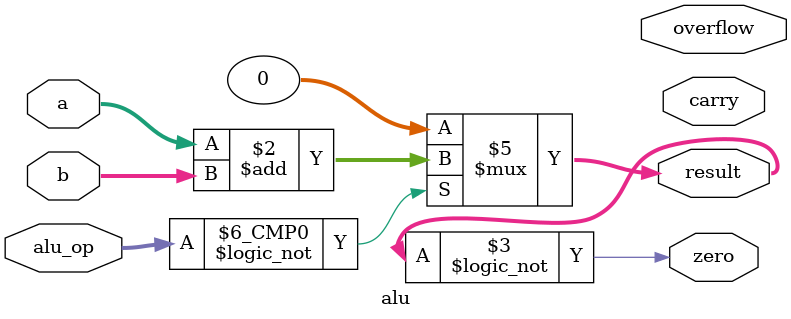
<source format=sv>
module alu #(parameter DATA_WIDTH = 32) (
    input wire [DATA_WIDTH-1:0] a,
    input wire [DATA_WIDTH-1:0] b,
    input wire [2:0] alu_op, // ALU operation code

    output reg [DATA_WIDTH-1:0] result,
    output wire zero, // zero flag
    output wire carry, // carry flag
    output wire overflow // overflow flag
);

  typedef enum logic [2:0] {
    ADD = 3'b000 // Load Word
  } alu_ops_e;

  always_comb begin
    case (alu_op)
      ADD: result = a + b;
      default: result = '0; // Default case to avoid latches
    endcase
  end

  assign zero = (result == 0);

endmodule

</source>
